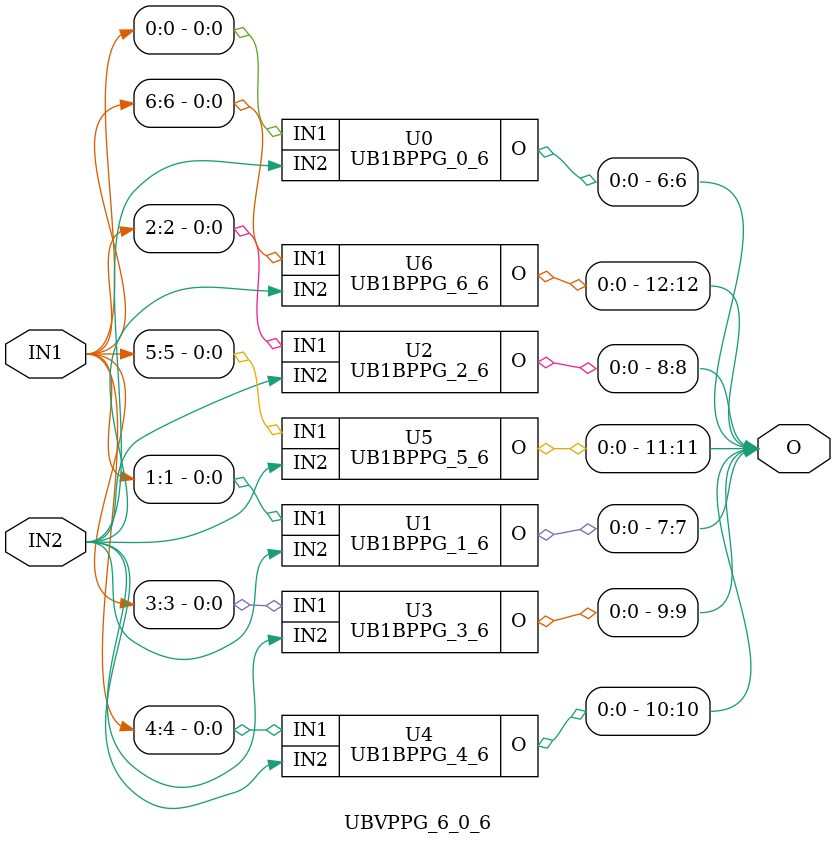
<source format=v>
/*----------------------------------------------------------------------------
  Copyright (c) 2021 Homma laboratory. All rights reserved.

  Top module: Multiplier_6_0_6_000

  Number system: Unsigned binary
  Multiplicand length: 7
  Multiplier length: 7
  Partial product generation: Simple PPG
  Partial product accumulation: (7,3) counter tree
  Final stage addition: Han-Carlson adder
----------------------------------------------------------------------------*/

module UB1BPPG_0_0(O, IN1, IN2);
  output O;
  input IN1;
  input IN2;
  assign O = IN1 & IN2;
endmodule

module UB1BPPG_1_0(O, IN1, IN2);
  output O;
  input IN1;
  input IN2;
  assign O = IN1 & IN2;
endmodule

module UB1BPPG_2_0(O, IN1, IN2);
  output O;
  input IN1;
  input IN2;
  assign O = IN1 & IN2;
endmodule

module UB1BPPG_3_0(O, IN1, IN2);
  output O;
  input IN1;
  input IN2;
  assign O = IN1 & IN2;
endmodule

module UB1BPPG_4_0(O, IN1, IN2);
  output O;
  input IN1;
  input IN2;
  assign O = IN1 & IN2;
endmodule

module UB1BPPG_5_0(O, IN1, IN2);
  output O;
  input IN1;
  input IN2;
  assign O = IN1 & IN2;
endmodule

module UB1BPPG_6_0(O, IN1, IN2);
  output O;
  input IN1;
  input IN2;
  assign O = IN1 & IN2;
endmodule

module UB1BPPG_0_1(O, IN1, IN2);
  output O;
  input IN1;
  input IN2;
  assign O = IN1 & IN2;
endmodule

module UB1BPPG_1_1(O, IN1, IN2);
  output O;
  input IN1;
  input IN2;
  assign O = IN1 & IN2;
endmodule

module UB1BPPG_2_1(O, IN1, IN2);
  output O;
  input IN1;
  input IN2;
  assign O = IN1 & IN2;
endmodule

module UB1BPPG_3_1(O, IN1, IN2);
  output O;
  input IN1;
  input IN2;
  assign O = IN1 & IN2;
endmodule

module UB1BPPG_4_1(O, IN1, IN2);
  output O;
  input IN1;
  input IN2;
  assign O = IN1 & IN2;
endmodule

module UB1BPPG_5_1(O, IN1, IN2);
  output O;
  input IN1;
  input IN2;
  assign O = IN1 & IN2;
endmodule

module UB1BPPG_6_1(O, IN1, IN2);
  output O;
  input IN1;
  input IN2;
  assign O = IN1 & IN2;
endmodule

module UB1BPPG_0_2(O, IN1, IN2);
  output O;
  input IN1;
  input IN2;
  assign O = IN1 & IN2;
endmodule

module UB1BPPG_1_2(O, IN1, IN2);
  output O;
  input IN1;
  input IN2;
  assign O = IN1 & IN2;
endmodule

module UB1BPPG_2_2(O, IN1, IN2);
  output O;
  input IN1;
  input IN2;
  assign O = IN1 & IN2;
endmodule

module UB1BPPG_3_2(O, IN1, IN2);
  output O;
  input IN1;
  input IN2;
  assign O = IN1 & IN2;
endmodule

module UB1BPPG_4_2(O, IN1, IN2);
  output O;
  input IN1;
  input IN2;
  assign O = IN1 & IN2;
endmodule

module UB1BPPG_5_2(O, IN1, IN2);
  output O;
  input IN1;
  input IN2;
  assign O = IN1 & IN2;
endmodule

module UB1BPPG_6_2(O, IN1, IN2);
  output O;
  input IN1;
  input IN2;
  assign O = IN1 & IN2;
endmodule

module UB1BPPG_0_3(O, IN1, IN2);
  output O;
  input IN1;
  input IN2;
  assign O = IN1 & IN2;
endmodule

module UB1BPPG_1_3(O, IN1, IN2);
  output O;
  input IN1;
  input IN2;
  assign O = IN1 & IN2;
endmodule

module UB1BPPG_2_3(O, IN1, IN2);
  output O;
  input IN1;
  input IN2;
  assign O = IN1 & IN2;
endmodule

module UB1BPPG_3_3(O, IN1, IN2);
  output O;
  input IN1;
  input IN2;
  assign O = IN1 & IN2;
endmodule

module UB1BPPG_4_3(O, IN1, IN2);
  output O;
  input IN1;
  input IN2;
  assign O = IN1 & IN2;
endmodule

module UB1BPPG_5_3(O, IN1, IN2);
  output O;
  input IN1;
  input IN2;
  assign O = IN1 & IN2;
endmodule

module UB1BPPG_6_3(O, IN1, IN2);
  output O;
  input IN1;
  input IN2;
  assign O = IN1 & IN2;
endmodule

module UB1BPPG_0_4(O, IN1, IN2);
  output O;
  input IN1;
  input IN2;
  assign O = IN1 & IN2;
endmodule

module UB1BPPG_1_4(O, IN1, IN2);
  output O;
  input IN1;
  input IN2;
  assign O = IN1 & IN2;
endmodule

module UB1BPPG_2_4(O, IN1, IN2);
  output O;
  input IN1;
  input IN2;
  assign O = IN1 & IN2;
endmodule

module UB1BPPG_3_4(O, IN1, IN2);
  output O;
  input IN1;
  input IN2;
  assign O = IN1 & IN2;
endmodule

module UB1BPPG_4_4(O, IN1, IN2);
  output O;
  input IN1;
  input IN2;
  assign O = IN1 & IN2;
endmodule

module UB1BPPG_5_4(O, IN1, IN2);
  output O;
  input IN1;
  input IN2;
  assign O = IN1 & IN2;
endmodule

module UB1BPPG_6_4(O, IN1, IN2);
  output O;
  input IN1;
  input IN2;
  assign O = IN1 & IN2;
endmodule

module UB1BPPG_0_5(O, IN1, IN2);
  output O;
  input IN1;
  input IN2;
  assign O = IN1 & IN2;
endmodule

module UB1BPPG_1_5(O, IN1, IN2);
  output O;
  input IN1;
  input IN2;
  assign O = IN1 & IN2;
endmodule

module UB1BPPG_2_5(O, IN1, IN2);
  output O;
  input IN1;
  input IN2;
  assign O = IN1 & IN2;
endmodule

module UB1BPPG_3_5(O, IN1, IN2);
  output O;
  input IN1;
  input IN2;
  assign O = IN1 & IN2;
endmodule

module UB1BPPG_4_5(O, IN1, IN2);
  output O;
  input IN1;
  input IN2;
  assign O = IN1 & IN2;
endmodule

module UB1BPPG_5_5(O, IN1, IN2);
  output O;
  input IN1;
  input IN2;
  assign O = IN1 & IN2;
endmodule

module UB1BPPG_6_5(O, IN1, IN2);
  output O;
  input IN1;
  input IN2;
  assign O = IN1 & IN2;
endmodule

module UB1BPPG_0_6(O, IN1, IN2);
  output O;
  input IN1;
  input IN2;
  assign O = IN1 & IN2;
endmodule

module UB1BPPG_1_6(O, IN1, IN2);
  output O;
  input IN1;
  input IN2;
  assign O = IN1 & IN2;
endmodule

module UB1BPPG_2_6(O, IN1, IN2);
  output O;
  input IN1;
  input IN2;
  assign O = IN1 & IN2;
endmodule

module UB1BPPG_3_6(O, IN1, IN2);
  output O;
  input IN1;
  input IN2;
  assign O = IN1 & IN2;
endmodule

module UB1BPPG_4_6(O, IN1, IN2);
  output O;
  input IN1;
  input IN2;
  assign O = IN1 & IN2;
endmodule

module UB1BPPG_5_6(O, IN1, IN2);
  output O;
  input IN1;
  input IN2;
  assign O = IN1 & IN2;
endmodule

module UB1BPPG_6_6(O, IN1, IN2);
  output O;
  input IN1;
  input IN2;
  assign O = IN1 & IN2;
endmodule

module UBHA_3(C, S, X, Y);
  output C;
  output S;
  input X;
  input Y;
  assign C = X & Y;
  assign S = X ^ Y;
endmodule

module UB4_3C4(S1, S2, S3, X1, X2, X3, X4);
  output S1;
  output S2;
  output S3;
  input X1;
  input X2;
  input X3;
  input X4;
  wire W1;
  wire W2;
  wire W3;
  wire W4;
  wire W5;
  wire W6;
  assign W1 = X1 ^ X2 ^ X3;
  assign W2 = X4;
  assign W3 = ~ ( ( ~ ( X1 & X2 ) ) & ( ~ ( X1 & X3 ) ) & ( ~ ( X2 & X3 ) ) );
  assign W4 = 0;
  assign W5 = 1;
  assign W6 = ~ ( ( ~ ( W4 & W5 ) ) ^ W3 );
  assign S3 = W1 ^ W2;
  assign S2 = ~ ( W6 ^ ( ~ ( W1 & W2 ) ) );
  assign S1 = ~ ( W5 & ( ~ ( W3 & W4 ) ) & ( ~ ( W1 & W2 & W6 ) ) );
endmodule

module UB5_3C5(S1, S2, S3, X1, X2, X3, X4, X5);
  output S1;
  output S2;
  output S3;
  input X1;
  input X2;
  input X3;
  input X4;
  input X5;
  wire W1;
  wire W2;
  wire W3;
  wire W4;
  wire W5;
  wire W6;
  assign W1 = X1 ^ X2 ^ X3;
  assign W2 = X4 ^ X5;
  assign W3 = ~ ( ( ~ ( X1 & X2 ) ) & ( ~ ( X1 & X3 ) ) & ( ~ ( X2 & X3 ) ) );
  assign W4 = X4 & X5;
  assign W5 = 1;
  assign W6 = ~ ( ( ~ ( W4 & W5 ) ) ^ W3 );
  assign S3 = W1 ^ W2;
  assign S2 = ~ ( W6 ^ ( ~ ( W1 & W2 ) ) );
  assign S1 = ~ ( W5 & ( ~ ( W3 & W4 ) ) & ( ~ ( W1 & W2 & W6 ) ) );
endmodule

module UB7_3C6(S1, S2, S3, X1, X2, X3, X4, X5, X6, X7);
  output S1;
  output S2;
  output S3;
  input X1;
  input X2;
  input X3;
  input X4;
  input X5;
  input X6;
  input X7;
  wire W1;
  wire W2;
  wire W3;
  wire W4;
  wire W5;
  wire W6;
  assign W1 = X1 ^ X2 ^ X3;
  assign W2 = X4 ^ X5 ^ ( X6 ^ X7 );
  assign W3 = ~ ( ( ~ ( X1 & X2 ) ) & ( ~ ( X1 & X3 ) ) & ( ~ ( X2 & X3 ) ) );
  assign W4 = ~ ( ( ~ ( ( X4 | X5 ) & ( X6 | X7 ) ) ) & ( ~ ( ( X4 & X5 ) | ( X6 & X7 ) ) ) );
  assign W5 = ~ ( X4 & X5 & X6 & X7 );
  assign W6 = ~ ( ( ~ ( W4 & W5 ) ) ^ W3 );
  assign S3 = W1 ^ W2;
  assign S2 = ~ ( W6 ^ ( ~ ( W1 & W2 ) ) );
  assign S1 = ~ ( W5 & ( ~ ( W3 & W4 ) ) & ( ~ ( W1 & W2 & W6 ) ) );
endmodule

module UB6_3C7(S1, S2, S3, X1, X2, X3, X4, X5, X6);
  output S1;
  output S2;
  output S3;
  input X1;
  input X2;
  input X3;
  input X4;
  input X5;
  input X6;
  wire W1;
  wire W2;
  wire W3;
  wire W4;
  wire W5;
  wire W6;
  assign W1 = X1 ^ X2 ^ X3;
  assign W2 = X4 ^ X5 ^ ( X6 );
  assign W3 = ~ ( ( ~ ( X1 & X2 ) ) & ( ~ ( X1 & X3 ) ) & ( ~ ( X2 & X3 ) ) );
  assign W4 = ~ ( ( ~ ( ( X4 | X5 ) & X6 ) ) & ( ~ ( X4 & X5 ) ) );
  assign W5 = 1;
  assign W6 = ~ ( ( ~ ( W4 & W5 ) ) ^ W3 );
  assign S3 = W1 ^ W2;
  assign S2 = ~ ( W6 ^ ( ~ ( W1 & W2 ) ) );
  assign S1 = ~ ( W5 & ( ~ ( W3 & W4 ) ) & ( ~ ( W1 & W2 & W6 ) ) );
endmodule

module UB5_3C8(S1, S2, S3, X1, X2, X3, X4, X5);
  output S1;
  output S2;
  output S3;
  input X1;
  input X2;
  input X3;
  input X4;
  input X5;
  wire W1;
  wire W2;
  wire W3;
  wire W4;
  wire W5;
  wire W6;
  assign W1 = X1 ^ X2 ^ X3;
  assign W2 = X4 ^ X5;
  assign W3 = ~ ( ( ~ ( X1 & X2 ) ) & ( ~ ( X1 & X3 ) ) & ( ~ ( X2 & X3 ) ) );
  assign W4 = X4 & X5;
  assign W5 = 1;
  assign W6 = ~ ( ( ~ ( W4 & W5 ) ) ^ W3 );
  assign S3 = W1 ^ W2;
  assign S2 = ~ ( W6 ^ ( ~ ( W1 & W2 ) ) );
  assign S1 = ~ ( W5 & ( ~ ( W3 & W4 ) ) & ( ~ ( W1 & W2 & W6 ) ) );
endmodule

module UB4_3C9(S1, S2, S3, X1, X2, X3, X4);
  output S1;
  output S2;
  output S3;
  input X1;
  input X2;
  input X3;
  input X4;
  wire W1;
  wire W2;
  wire W3;
  wire W4;
  wire W5;
  wire W6;
  assign W1 = X1 ^ X2 ^ X3;
  assign W2 = X4;
  assign W3 = ~ ( ( ~ ( X1 & X2 ) ) & ( ~ ( X1 & X3 ) ) & ( ~ ( X2 & X3 ) ) );
  assign W4 = 0;
  assign W5 = 1;
  assign W6 = ~ ( ( ~ ( W4 & W5 ) ) ^ W3 );
  assign S3 = W1 ^ W2;
  assign S2 = ~ ( W6 ^ ( ~ ( W1 & W2 ) ) );
  assign S1 = ~ ( W5 & ( ~ ( W3 & W4 ) ) & ( ~ ( W1 & W2 & W6 ) ) );
endmodule

module UBFA_10(C, S, X, Y, Z);
  output C;
  output S;
  input X;
  input Y;
  input Z;
  assign C = ( X & Y ) | ( Y & Z ) | ( Z & X );
  assign S = X ^ Y ^ Z;
endmodule

module UBHA_11(C, S, X, Y);
  output C;
  output S;
  input X;
  input Y;
  assign C = X & Y;
  assign S = X ^ Y;
endmodule

module UB1DCON_0(O, I);
  output O;
  input I;
  assign O = I;
endmodule

module UB1DCON_1(O, I);
  output O;
  input I;
  assign O = I;
endmodule

module UB1DCON_2(O, I);
  output O;
  input I;
  assign O = I;
endmodule

module UB1DCON_3(O, I);
  output O;
  input I;
  assign O = I;
endmodule

module UB1DCON_4(O, I);
  output O;
  input I;
  assign O = I;
endmodule

module UB1DCON_5(O, I);
  output O;
  input I;
  assign O = I;
endmodule

module UB1DCON_12(O, I);
  output O;
  input I;
  assign O = I;
endmodule

module UBHA_2(C, S, X, Y);
  output C;
  output S;
  input X;
  input Y;
  assign C = X & Y;
  assign S = X ^ Y;
endmodule

module UBFA_3(C, S, X, Y, Z);
  output C;
  output S;
  input X;
  input Y;
  input Z;
  assign C = ( X & Y ) | ( Y & Z ) | ( Z & X );
  assign S = X ^ Y ^ Z;
endmodule

module UBFA_4(C, S, X, Y, Z);
  output C;
  output S;
  input X;
  input Y;
  input Z;
  assign C = ( X & Y ) | ( Y & Z ) | ( Z & X );
  assign S = X ^ Y ^ Z;
endmodule

module UBFA_5(C, S, X, Y, Z);
  output C;
  output S;
  input X;
  input Y;
  input Z;
  assign C = ( X & Y ) | ( Y & Z ) | ( Z & X );
  assign S = X ^ Y ^ Z;
endmodule

module UBFA_6(C, S, X, Y, Z);
  output C;
  output S;
  input X;
  input Y;
  input Z;
  assign C = ( X & Y ) | ( Y & Z ) | ( Z & X );
  assign S = X ^ Y ^ Z;
endmodule

module UBFA_7(C, S, X, Y, Z);
  output C;
  output S;
  input X;
  input Y;
  input Z;
  assign C = ( X & Y ) | ( Y & Z ) | ( Z & X );
  assign S = X ^ Y ^ Z;
endmodule

module UBFA_8(C, S, X, Y, Z);
  output C;
  output S;
  input X;
  input Y;
  input Z;
  assign C = ( X & Y ) | ( Y & Z ) | ( Z & X );
  assign S = X ^ Y ^ Z;
endmodule

module UBFA_9(C, S, X, Y, Z);
  output C;
  output S;
  input X;
  input Y;
  input Z;
  assign C = ( X & Y ) | ( Y & Z ) | ( Z & X );
  assign S = X ^ Y ^ Z;
endmodule

module UBFA_11(C, S, X, Y, Z);
  output C;
  output S;
  input X;
  input Y;
  input Z;
  assign C = ( X & Y ) | ( Y & Z ) | ( Z & X );
  assign S = X ^ Y ^ Z;
endmodule

module UBHA_12(C, S, X, Y);
  output C;
  output S;
  input X;
  input Y;
  assign C = X & Y;
  assign S = X ^ Y;
endmodule

module UB1DCON_6(O, I);
  output O;
  input I;
  assign O = I;
endmodule

module UB1DCON_7(O, I);
  output O;
  input I;
  assign O = I;
endmodule

module UB1DCON_8(O, I);
  output O;
  input I;
  assign O = I;
endmodule

module UB1DCON_9(O, I);
  output O;
  input I;
  assign O = I;
endmodule

module UB1DCON_10(O, I);
  output O;
  input I;
  assign O = I;
endmodule

module UB1DCON_11(O, I);
  output O;
  input I;
  assign O = I;
endmodule

module UB1DCON_13(O, I);
  output O;
  input I;
  assign O = I;
endmodule

module UBZero_13_13(O);
  output [13:13] O;
  assign O[13] = 0;
endmodule

module GPGenerator(Go, Po, A, B);
  output Go;
  output Po;
  input A;
  input B;
  assign Go = A & B;
  assign Po = A ^ B;
endmodule

module CarryOperator(Go, Po, Gi1, Pi1, Gi2, Pi2);
  output Go;
  output Po;
  input Gi1;
  input Gi2;
  input Pi1;
  input Pi2;
  assign Go = Gi1 | ( Gi2 & Pi1 );
  assign Po = Pi1 & Pi2;
endmodule

module UBPriHCA_13_1(S, X, Y, Cin);
  output [14:1] S;
  input Cin;
  input [13:1] X;
  input [13:1] Y;
  wire [13:1] G0;
  wire [13:1] G1;
  wire [13:1] G2;
  wire [13:1] G3;
  wire [13:1] G4;
  wire [13:1] G5;
  wire [13:1] P0;
  wire [13:1] P1;
  wire [13:1] P2;
  wire [13:1] P3;
  wire [13:1] P4;
  wire [13:1] P5;
  assign P1[1] = P0[1];
  assign G1[1] = G0[1];
  assign P1[3] = P0[3];
  assign G1[3] = G0[3];
  assign P1[5] = P0[5];
  assign G1[5] = G0[5];
  assign P1[7] = P0[7];
  assign G1[7] = G0[7];
  assign P1[9] = P0[9];
  assign G1[9] = G0[9];
  assign P1[11] = P0[11];
  assign G1[11] = G0[11];
  assign P1[13] = P0[13];
  assign G1[13] = G0[13];
  assign P2[1] = P1[1];
  assign G2[1] = G1[1];
  assign P2[2] = P1[2];
  assign G2[2] = G1[2];
  assign P2[3] = P1[3];
  assign G2[3] = G1[3];
  assign P2[5] = P1[5];
  assign G2[5] = G1[5];
  assign P2[7] = P1[7];
  assign G2[7] = G1[7];
  assign P2[9] = P1[9];
  assign G2[9] = G1[9];
  assign P2[11] = P1[11];
  assign G2[11] = G1[11];
  assign P2[13] = P1[13];
  assign G2[13] = G1[13];
  assign P3[1] = P2[1];
  assign G3[1] = G2[1];
  assign P3[2] = P2[2];
  assign G3[2] = G2[2];
  assign P3[3] = P2[3];
  assign G3[3] = G2[3];
  assign P3[4] = P2[4];
  assign G3[4] = G2[4];
  assign P3[5] = P2[5];
  assign G3[5] = G2[5];
  assign P3[7] = P2[7];
  assign G3[7] = G2[7];
  assign P3[9] = P2[9];
  assign G3[9] = G2[9];
  assign P3[11] = P2[11];
  assign G3[11] = G2[11];
  assign P3[13] = P2[13];
  assign G3[13] = G2[13];
  assign P4[1] = P3[1];
  assign G4[1] = G3[1];
  assign P4[2] = P3[2];
  assign G4[2] = G3[2];
  assign P4[3] = P3[3];
  assign G4[3] = G3[3];
  assign P4[4] = P3[4];
  assign G4[4] = G3[4];
  assign P4[5] = P3[5];
  assign G4[5] = G3[5];
  assign P4[6] = P3[6];
  assign G4[6] = G3[6];
  assign P4[7] = P3[7];
  assign G4[7] = G3[7];
  assign P4[8] = P3[8];
  assign G4[8] = G3[8];
  assign P4[9] = P3[9];
  assign G4[9] = G3[9];
  assign P4[11] = P3[11];
  assign G4[11] = G3[11];
  assign P4[13] = P3[13];
  assign G4[13] = G3[13];
  assign P5[1] = P4[1];
  assign G5[1] = G4[1];
  assign P5[2] = P4[2];
  assign G5[2] = G4[2];
  assign P5[4] = P4[4];
  assign G5[4] = G4[4];
  assign P5[6] = P4[6];
  assign G5[6] = G4[6];
  assign P5[8] = P4[8];
  assign G5[8] = G4[8];
  assign P5[10] = P4[10];
  assign G5[10] = G4[10];
  assign P5[12] = P4[12];
  assign G5[12] = G4[12];
  assign S[1] = Cin ^ P0[1];
  assign S[2] = ( G5[1] | ( P5[1] & Cin ) ) ^ P0[2];
  assign S[3] = ( G5[2] | ( P5[2] & Cin ) ) ^ P0[3];
  assign S[4] = ( G5[3] | ( P5[3] & Cin ) ) ^ P0[4];
  assign S[5] = ( G5[4] | ( P5[4] & Cin ) ) ^ P0[5];
  assign S[6] = ( G5[5] | ( P5[5] & Cin ) ) ^ P0[6];
  assign S[7] = ( G5[6] | ( P5[6] & Cin ) ) ^ P0[7];
  assign S[8] = ( G5[7] | ( P5[7] & Cin ) ) ^ P0[8];
  assign S[9] = ( G5[8] | ( P5[8] & Cin ) ) ^ P0[9];
  assign S[10] = ( G5[9] | ( P5[9] & Cin ) ) ^ P0[10];
  assign S[11] = ( G5[10] | ( P5[10] & Cin ) ) ^ P0[11];
  assign S[12] = ( G5[11] | ( P5[11] & Cin ) ) ^ P0[12];
  assign S[13] = ( G5[12] | ( P5[12] & Cin ) ) ^ P0[13];
  assign S[14] = G5[13] | ( P5[13] & Cin );
  GPGenerator U0 (G0[1], P0[1], X[1], Y[1]);
  GPGenerator U1 (G0[2], P0[2], X[2], Y[2]);
  GPGenerator U2 (G0[3], P0[3], X[3], Y[3]);
  GPGenerator U3 (G0[4], P0[4], X[4], Y[4]);
  GPGenerator U4 (G0[5], P0[5], X[5], Y[5]);
  GPGenerator U5 (G0[6], P0[6], X[6], Y[6]);
  GPGenerator U6 (G0[7], P0[7], X[7], Y[7]);
  GPGenerator U7 (G0[8], P0[8], X[8], Y[8]);
  GPGenerator U8 (G0[9], P0[9], X[9], Y[9]);
  GPGenerator U9 (G0[10], P0[10], X[10], Y[10]);
  GPGenerator U10 (G0[11], P0[11], X[11], Y[11]);
  GPGenerator U11 (G0[12], P0[12], X[12], Y[12]);
  GPGenerator U12 (G0[13], P0[13], X[13], Y[13]);
  CarryOperator U13 (G1[2], P1[2], G0[2], P0[2], G0[1], P0[1]);
  CarryOperator U14 (G1[4], P1[4], G0[4], P0[4], G0[3], P0[3]);
  CarryOperator U15 (G1[6], P1[6], G0[6], P0[6], G0[5], P0[5]);
  CarryOperator U16 (G1[8], P1[8], G0[8], P0[8], G0[7], P0[7]);
  CarryOperator U17 (G1[10], P1[10], G0[10], P0[10], G0[9], P0[9]);
  CarryOperator U18 (G1[12], P1[12], G0[12], P0[12], G0[11], P0[11]);
  CarryOperator U19 (G2[4], P2[4], G1[4], P1[4], G1[2], P1[2]);
  CarryOperator U20 (G2[6], P2[6], G1[6], P1[6], G1[4], P1[4]);
  CarryOperator U21 (G2[8], P2[8], G1[8], P1[8], G1[6], P1[6]);
  CarryOperator U22 (G2[10], P2[10], G1[10], P1[10], G1[8], P1[8]);
  CarryOperator U23 (G2[12], P2[12], G1[12], P1[12], G1[10], P1[10]);
  CarryOperator U24 (G3[6], P3[6], G2[6], P2[6], G2[2], P2[2]);
  CarryOperator U25 (G3[8], P3[8], G2[8], P2[8], G2[4], P2[4]);
  CarryOperator U26 (G3[10], P3[10], G2[10], P2[10], G2[6], P2[6]);
  CarryOperator U27 (G3[12], P3[12], G2[12], P2[12], G2[8], P2[8]);
  CarryOperator U28 (G4[10], P4[10], G3[10], P3[10], G3[2], P3[2]);
  CarryOperator U29 (G4[12], P4[12], G3[12], P3[12], G3[4], P3[4]);
  CarryOperator U30 (G5[3], P5[3], G4[3], P4[3], G4[2], P4[2]);
  CarryOperator U31 (G5[5], P5[5], G4[5], P4[5], G4[4], P4[4]);
  CarryOperator U32 (G5[7], P5[7], G4[7], P4[7], G4[6], P4[6]);
  CarryOperator U33 (G5[9], P5[9], G4[9], P4[9], G4[8], P4[8]);
  CarryOperator U34 (G5[11], P5[11], G4[11], P4[11], G4[10], P4[10]);
  CarryOperator U35 (G5[13], P5[13], G4[13], P4[13], G4[12], P4[12]);
endmodule

module UBZero_1_1(O);
  output [1:1] O;
  assign O[1] = 0;
endmodule

module Multiplier_6_0_6_000(P, IN1, IN2);
  output [13:0] P;
  input [6:0] IN1;
  input [6:0] IN2;
  wire [14:0] W;
  assign P[0] = W[0];
  assign P[1] = W[1];
  assign P[2] = W[2];
  assign P[3] = W[3];
  assign P[4] = W[4];
  assign P[5] = W[5];
  assign P[6] = W[6];
  assign P[7] = W[7];
  assign P[8] = W[8];
  assign P[9] = W[9];
  assign P[10] = W[10];
  assign P[11] = W[11];
  assign P[12] = W[12];
  assign P[13] = W[13];
  MultUB_STD_D73_HC000 U0 (W, IN1, IN2);
endmodule

module D7_3CTR_12_0_12_1000 (S1, S2, PP0, PP1, PP2);
  output [13:0] S1;
  output [12:1] S2;
  input [12:0] PP0;
  input [12:1] PP1;
  input [11:2] PP2;
  wire [13:0] W0;
  wire [12:1] W1;
  UBHA_2 U0 (W0[3], W1[2], PP0[2], PP1[2]);
  UBFA_3 U1 (W0[4], W1[3], PP0[3], PP1[3], PP2[3]);
  UBFA_4 U2 (W0[5], W1[4], PP0[4], PP1[4], PP2[4]);
  UBFA_5 U3 (W0[6], W1[5], PP0[5], PP1[5], PP2[5]);
  UBFA_6 U4 (W0[7], W1[6], PP0[6], PP1[6], PP2[6]);
  UBFA_7 U5 (W0[8], W1[7], PP0[7], PP1[7], PP2[7]);
  UBFA_8 U6 (W0[9], W1[8], PP0[8], PP1[8], PP2[8]);
  UBFA_9 U7 (W0[10], W1[9], PP0[9], PP1[9], PP2[9]);
  UBFA_10 U8 (W0[11], W1[10], PP0[10], PP1[10], PP2[10]);
  UBFA_11 U9 (W0[12], W1[11], PP0[11], PP1[11], PP2[11]);
  UBHA_12 U10 (W0[13], W1[12], PP0[12], PP1[12]);
  UBCON_1_0 U11 (W0[1:0], PP0[1:0]);
  UB1DCON_2 U12 (W0[2], PP2[2]);
  UB1DCON_1 U13 (W1[1], PP1[1]);
  D7_3CTR_13_0_12_1 U14 (S1, S2, W0, W1);
endmodule

module D7_3CTR_13_0_12_1 (S1, S2, PP0, PP1);
  output [13:0] S1;
  output [12:1] S2;
  input [13:0] PP0;
  input [12:1] PP1;
  UBCON_13_0 U0 (S1, PP0);
  UBCON_12_1 U1 (S2, PP1);
endmodule

module D7_3CTR_6_0_7_1_8000 (S1, S2, PP0, PP1, PP2, PP3, PP4, PP5, PP6);
  output [13:0] S1;
  output [12:1] S2;
  input [6:0] PP0;
  input [7:1] PP1;
  input [8:2] PP2;
  input [9:3] PP3;
  input [10:4] PP4;
  input [11:5] PP5;
  input [12:6] PP6;
  wire [12:0] W0;
  wire [12:1] W1;
  wire [11:2] W2;
  UBHA_3 U0 (W1[4], W2[3], PP0[3], PP1[3]);
  UB4_3C4 U1 (W0[6], W1[5], W2[4], PP0[4], PP1[4], PP2[4], PP3[4]);
  UB5_3C5 U2 (W0[7], W1[6], W2[5], PP0[5], PP1[5], PP2[5], PP3[5], PP4[5]);
  UB7_3C6 U3 (W0[8], W1[7], W2[6], PP0[6], PP1[6], PP2[6], PP3[6], PP4[6], PP5[6], PP6[6]);
  UB6_3C7 U4 (W0[9], W1[8], W2[7], PP1[7], PP2[7], PP3[7], PP4[7], PP5[7], PP6[7]);
  UB5_3C8 U5 (W0[10], W1[9], W2[8], PP2[8], PP3[8], PP4[8], PP5[8], PP6[8]);
  UB4_3C9 U6 (W0[11], W1[10], W2[9], PP3[9], PP4[9], PP5[9], PP6[9]);
  UBFA_10 U7 (W1[11], W2[10], PP4[10], PP5[10], PP6[10]);
  UBHA_11 U8 (W1[12], W2[11], PP5[11], PP6[11]);
  UBCON_2_0 U9 (W0[2:0], PP0[2:0]);
  UB1DCON_3 U10 (W0[3], PP2[3]);
  UB1DCON_4 U11 (W0[4], PP4[4]);
  UB1DCON_5 U12 (W0[5], PP5[5]);
  UB1DCON_12 U13 (W0[12], PP6[12]);
  UBCON_2_1 U14 (W1[2:1], PP1[2:1]);
  UB1DCON_3 U15 (W1[3], PP3[3]);
  UB1DCON_2 U16 (W2[2], PP2[2]);
  D7_3CTR_12_0_12_1000 U17 (S1, S2, W0, W1, W2);
endmodule

module MultUB_STD_D73_HC000 (P, IN1, IN2);
  output [14:0] P;
  input [6:0] IN1;
  input [6:0] IN2;
  wire [6:0] PP0;
  wire [7:1] PP1;
  wire [8:2] PP2;
  wire [9:3] PP3;
  wire [10:4] PP4;
  wire [11:5] PP5;
  wire [12:6] PP6;
  wire [13:0] S1;
  wire [12:1] S2;
  UBPPG_6_0_6_0 U0 (PP0, PP1, PP2, PP3, PP4, PP5, PP6, IN1, IN2);
  D7_3CTR_6_0_7_1_8000 U1 (S1, S2, PP0, PP1, PP2, PP3, PP4, PP5, PP6);
  UBHCA_13_0_12_1 U2 (P, S1, S2);
endmodule

module UBCON_12_1 (O, I);
  output [12:1] O;
  input [12:1] I;
  UB1DCON_1 U0 (O[1], I[1]);
  UB1DCON_2 U1 (O[2], I[2]);
  UB1DCON_3 U2 (O[3], I[3]);
  UB1DCON_4 U3 (O[4], I[4]);
  UB1DCON_5 U4 (O[5], I[5]);
  UB1DCON_6 U5 (O[6], I[6]);
  UB1DCON_7 U6 (O[7], I[7]);
  UB1DCON_8 U7 (O[8], I[8]);
  UB1DCON_9 U8 (O[9], I[9]);
  UB1DCON_10 U9 (O[10], I[10]);
  UB1DCON_11 U10 (O[11], I[11]);
  UB1DCON_12 U11 (O[12], I[12]);
endmodule

module UBCON_13_0 (O, I);
  output [13:0] O;
  input [13:0] I;
  UB1DCON_0 U0 (O[0], I[0]);
  UB1DCON_1 U1 (O[1], I[1]);
  UB1DCON_2 U2 (O[2], I[2]);
  UB1DCON_3 U3 (O[3], I[3]);
  UB1DCON_4 U4 (O[4], I[4]);
  UB1DCON_5 U5 (O[5], I[5]);
  UB1DCON_6 U6 (O[6], I[6]);
  UB1DCON_7 U7 (O[7], I[7]);
  UB1DCON_8 U8 (O[8], I[8]);
  UB1DCON_9 U9 (O[9], I[9]);
  UB1DCON_10 U10 (O[10], I[10]);
  UB1DCON_11 U11 (O[11], I[11]);
  UB1DCON_12 U12 (O[12], I[12]);
  UB1DCON_13 U13 (O[13], I[13]);
endmodule

module UBCON_1_0 (O, I);
  output [1:0] O;
  input [1:0] I;
  UB1DCON_0 U0 (O[0], I[0]);
  UB1DCON_1 U1 (O[1], I[1]);
endmodule

module UBCON_2_0 (O, I);
  output [2:0] O;
  input [2:0] I;
  UB1DCON_0 U0 (O[0], I[0]);
  UB1DCON_1 U1 (O[1], I[1]);
  UB1DCON_2 U2 (O[2], I[2]);
endmodule

module UBCON_2_1 (O, I);
  output [2:1] O;
  input [2:1] I;
  UB1DCON_1 U0 (O[1], I[1]);
  UB1DCON_2 U1 (O[2], I[2]);
endmodule

module UBExtender_12_1_1000 (O, I);
  output [13:1] O;
  input [12:1] I;
  UBCON_12_1 U0 (O[12:1], I[12:1]);
  UBZero_13_13 U1 (O[13]);
endmodule

module UBHCA_13_0_12_1 (S, X, Y);
  output [14:0] S;
  input [13:0] X;
  input [12:1] Y;
  wire [13:1] Z;
  UBExtender_12_1_1000 U0 (Z[13:1], Y[12:1]);
  UBPureHCA_13_1 U1 (S[14:1], X[13:1], Z[13:1]);
  UB1DCON_0 U2 (S[0], X[0]);
endmodule

module UBPPG_6_0_6_0 (PP0, PP1, PP2, PP3, PP4, PP5, PP6, IN1, IN2);
  output [6:0] PP0;
  output [7:1] PP1;
  output [8:2] PP2;
  output [9:3] PP3;
  output [10:4] PP4;
  output [11:5] PP5;
  output [12:6] PP6;
  input [6:0] IN1;
  input [6:0] IN2;
  UBVPPG_6_0_0 U0 (PP0, IN1, IN2[0]);
  UBVPPG_6_0_1 U1 (PP1, IN1, IN2[1]);
  UBVPPG_6_0_2 U2 (PP2, IN1, IN2[2]);
  UBVPPG_6_0_3 U3 (PP3, IN1, IN2[3]);
  UBVPPG_6_0_4 U4 (PP4, IN1, IN2[4]);
  UBVPPG_6_0_5 U5 (PP5, IN1, IN2[5]);
  UBVPPG_6_0_6 U6 (PP6, IN1, IN2[6]);
endmodule

module UBPureHCA_13_1 (S, X, Y);
  output [14:1] S;
  input [13:1] X;
  input [13:1] Y;
  wire C;
  UBPriHCA_13_1 U0 (S, X, Y, C);
  UBZero_1_1 U1 (C);
endmodule

module UBVPPG_6_0_0 (O, IN1, IN2);
  output [6:0] O;
  input [6:0] IN1;
  input IN2;
  UB1BPPG_0_0 U0 (O[0], IN1[0], IN2);
  UB1BPPG_1_0 U1 (O[1], IN1[1], IN2);
  UB1BPPG_2_0 U2 (O[2], IN1[2], IN2);
  UB1BPPG_3_0 U3 (O[3], IN1[3], IN2);
  UB1BPPG_4_0 U4 (O[4], IN1[4], IN2);
  UB1BPPG_5_0 U5 (O[5], IN1[5], IN2);
  UB1BPPG_6_0 U6 (O[6], IN1[6], IN2);
endmodule

module UBVPPG_6_0_1 (O, IN1, IN2);
  output [7:1] O;
  input [6:0] IN1;
  input IN2;
  UB1BPPG_0_1 U0 (O[1], IN1[0], IN2);
  UB1BPPG_1_1 U1 (O[2], IN1[1], IN2);
  UB1BPPG_2_1 U2 (O[3], IN1[2], IN2);
  UB1BPPG_3_1 U3 (O[4], IN1[3], IN2);
  UB1BPPG_4_1 U4 (O[5], IN1[4], IN2);
  UB1BPPG_5_1 U5 (O[6], IN1[5], IN2);
  UB1BPPG_6_1 U6 (O[7], IN1[6], IN2);
endmodule

module UBVPPG_6_0_2 (O, IN1, IN2);
  output [8:2] O;
  input [6:0] IN1;
  input IN2;
  UB1BPPG_0_2 U0 (O[2], IN1[0], IN2);
  UB1BPPG_1_2 U1 (O[3], IN1[1], IN2);
  UB1BPPG_2_2 U2 (O[4], IN1[2], IN2);
  UB1BPPG_3_2 U3 (O[5], IN1[3], IN2);
  UB1BPPG_4_2 U4 (O[6], IN1[4], IN2);
  UB1BPPG_5_2 U5 (O[7], IN1[5], IN2);
  UB1BPPG_6_2 U6 (O[8], IN1[6], IN2);
endmodule

module UBVPPG_6_0_3 (O, IN1, IN2);
  output [9:3] O;
  input [6:0] IN1;
  input IN2;
  UB1BPPG_0_3 U0 (O[3], IN1[0], IN2);
  UB1BPPG_1_3 U1 (O[4], IN1[1], IN2);
  UB1BPPG_2_3 U2 (O[5], IN1[2], IN2);
  UB1BPPG_3_3 U3 (O[6], IN1[3], IN2);
  UB1BPPG_4_3 U4 (O[7], IN1[4], IN2);
  UB1BPPG_5_3 U5 (O[8], IN1[5], IN2);
  UB1BPPG_6_3 U6 (O[9], IN1[6], IN2);
endmodule

module UBVPPG_6_0_4 (O, IN1, IN2);
  output [10:4] O;
  input [6:0] IN1;
  input IN2;
  UB1BPPG_0_4 U0 (O[4], IN1[0], IN2);
  UB1BPPG_1_4 U1 (O[5], IN1[1], IN2);
  UB1BPPG_2_4 U2 (O[6], IN1[2], IN2);
  UB1BPPG_3_4 U3 (O[7], IN1[3], IN2);
  UB1BPPG_4_4 U4 (O[8], IN1[4], IN2);
  UB1BPPG_5_4 U5 (O[9], IN1[5], IN2);
  UB1BPPG_6_4 U6 (O[10], IN1[6], IN2);
endmodule

module UBVPPG_6_0_5 (O, IN1, IN2);
  output [11:5] O;
  input [6:0] IN1;
  input IN2;
  UB1BPPG_0_5 U0 (O[5], IN1[0], IN2);
  UB1BPPG_1_5 U1 (O[6], IN1[1], IN2);
  UB1BPPG_2_5 U2 (O[7], IN1[2], IN2);
  UB1BPPG_3_5 U3 (O[8], IN1[3], IN2);
  UB1BPPG_4_5 U4 (O[9], IN1[4], IN2);
  UB1BPPG_5_5 U5 (O[10], IN1[5], IN2);
  UB1BPPG_6_5 U6 (O[11], IN1[6], IN2);
endmodule

module UBVPPG_6_0_6 (O, IN1, IN2);
  output [12:6] O;
  input [6:0] IN1;
  input IN2;
  UB1BPPG_0_6 U0 (O[6], IN1[0], IN2);
  UB1BPPG_1_6 U1 (O[7], IN1[1], IN2);
  UB1BPPG_2_6 U2 (O[8], IN1[2], IN2);
  UB1BPPG_3_6 U3 (O[9], IN1[3], IN2);
  UB1BPPG_4_6 U4 (O[10], IN1[4], IN2);
  UB1BPPG_5_6 U5 (O[11], IN1[5], IN2);
  UB1BPPG_6_6 U6 (O[12], IN1[6], IN2);
endmodule


</source>
